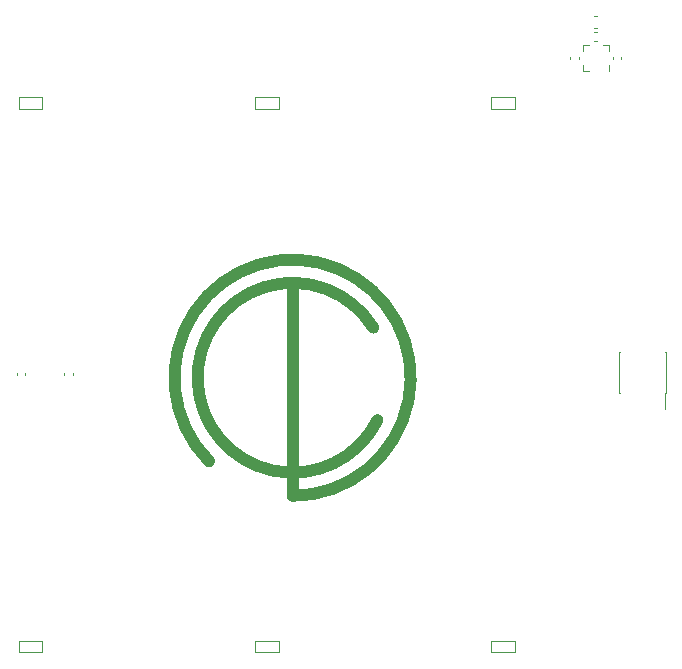
<source format=gbr>
%TF.GenerationSoftware,KiCad,Pcbnew,7.0.2*%
%TF.CreationDate,2023-05-28T21:21:49-04:00*%
%TF.ProjectId,AutoTiller,4175746f-5469-46c6-9c65-722e6b696361,rev?*%
%TF.SameCoordinates,Original*%
%TF.FileFunction,Legend,Bot*%
%TF.FilePolarity,Positive*%
%FSLAX46Y46*%
G04 Gerber Fmt 4.6, Leading zero omitted, Abs format (unit mm)*
G04 Created by KiCad (PCBNEW 7.0.2) date 2023-05-28 21:21:49*
%MOMM*%
%LPD*%
G01*
G04 APERTURE LIST*
%ADD10C,1.000000*%
%ADD11C,0.120000*%
%ADD12C,0.100000*%
G04 APERTURE END LIST*
D10*
X162173168Y-130238793D02*
X162173168Y-112500000D01*
X168999999Y-116000001D02*
G75*
G03*
X169360546Y-123832481I-6826830J-4238793D01*
G01*
X162173168Y-130238792D02*
G75*
G03*
X155102101Y-127309860I-1J9999998D01*
G01*
D11*
%TO.C,C37*%
X189997500Y-93042164D02*
X189997500Y-93257836D01*
X189277500Y-93042164D02*
X189277500Y-93257836D01*
%TO.C,C7*%
X143560000Y-119812164D02*
X143560000Y-120027836D01*
X142840000Y-119812164D02*
X142840000Y-120027836D01*
%TO.C,C39*%
X187945336Y-91710000D02*
X187729664Y-91710000D01*
X187945336Y-90990000D02*
X187729664Y-90990000D01*
%TO.C,C41*%
X187978080Y-90660000D02*
X187696920Y-90660000D01*
X187978080Y-89640000D02*
X187696920Y-89640000D01*
%TO.C,U2*%
X186737500Y-94250000D02*
X187237500Y-94250000D01*
X187237500Y-94250000D02*
X187237500Y-94250000D01*
X188937500Y-94250000D02*
X188937500Y-94250000D01*
X186737500Y-93750000D02*
X186737500Y-94250000D01*
X188937500Y-93750000D02*
X188937500Y-94250000D01*
X186737500Y-92550000D02*
X186737500Y-92550000D01*
X188937500Y-92550000D02*
X188937500Y-92050000D01*
X186737500Y-92050000D02*
X186737500Y-92550000D01*
X187237500Y-92050000D02*
X186737500Y-92050000D01*
X188437500Y-92050000D02*
X188437500Y-92050000D01*
X188937500Y-92050000D02*
X188437500Y-92050000D01*
D12*
%TO.C,SW3*%
X161000000Y-96500000D02*
X159000000Y-96500000D01*
X159000000Y-96500000D02*
X159000000Y-97500000D01*
X159000000Y-97500000D02*
X161000000Y-97500000D01*
X161000000Y-97500000D02*
X161000000Y-96500000D01*
%TO.C,SW2*%
X141000000Y-142500000D02*
X139000000Y-142500000D01*
X139000000Y-142500000D02*
X139000000Y-143500000D01*
X139000000Y-143500000D02*
X141000000Y-143500000D01*
X141000000Y-143500000D02*
X141000000Y-142500000D01*
%TO.C,SW7*%
X181000000Y-96500000D02*
X179000000Y-96500000D01*
X179000000Y-96500000D02*
X179000000Y-97500000D01*
X179000000Y-97500000D02*
X181000000Y-97500000D01*
X181000000Y-97500000D02*
X181000000Y-96500000D01*
D11*
%TO.C,C36*%
X185677500Y-93257836D02*
X185677500Y-93042164D01*
X186397500Y-93257836D02*
X186397500Y-93042164D01*
D12*
%TO.C,SW1*%
X141000000Y-96500000D02*
X139000000Y-96500000D01*
X139000000Y-96500000D02*
X139000000Y-97500000D01*
X139000000Y-97500000D02*
X141000000Y-97500000D01*
X141000000Y-97500000D02*
X141000000Y-96500000D01*
D11*
%TO.C,J2*%
X193700000Y-122890000D02*
X193700000Y-121565000D01*
X189835000Y-121565000D02*
X189835000Y-118035000D01*
X189900000Y-121565000D02*
X189835000Y-121565000D01*
X193765000Y-121565000D02*
X193700000Y-121565000D01*
X193765000Y-121565000D02*
X193765000Y-118035000D01*
X189900000Y-118035000D02*
X189835000Y-118035000D01*
X193765000Y-118035000D02*
X193700000Y-118035000D01*
D12*
%TO.C,SW6*%
X181000000Y-142500000D02*
X179000000Y-142500000D01*
X179000000Y-142500000D02*
X179000000Y-143500000D01*
X179000000Y-143500000D02*
X181000000Y-143500000D01*
X181000000Y-143500000D02*
X181000000Y-142500000D01*
D11*
%TO.C,C6*%
X138840000Y-120027836D02*
X138840000Y-119812164D01*
X139560000Y-120027836D02*
X139560000Y-119812164D01*
D12*
%TO.C,SW4*%
X161000000Y-142500000D02*
X159000000Y-142500000D01*
X159000000Y-142500000D02*
X159000000Y-143500000D01*
X159000000Y-143500000D02*
X161000000Y-143500000D01*
X161000000Y-143500000D02*
X161000000Y-142500000D01*
%TD*%
M02*

</source>
